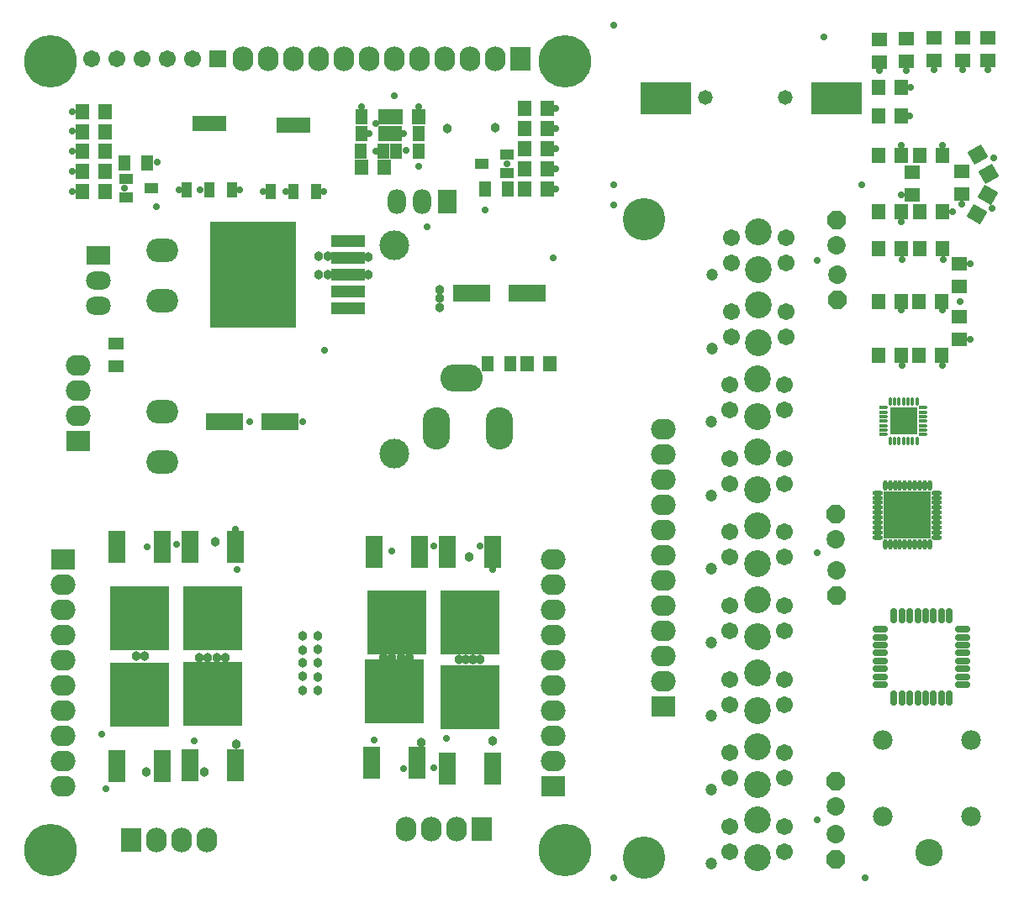
<source format=gts>
G04*
G04 #@! TF.GenerationSoftware,Altium Limited,Altium Designer,18.1.6 (161)*
G04*
G04 Layer_Color=8388736*
%FSTAX24Y24*%
%MOIN*%
G70*
G01*
G75*
%ADD44R,0.2049X0.1261*%
%ADD45O,0.0190X0.0415*%
%ADD46O,0.0415X0.0190*%
%ADD47R,0.1852X0.1852*%
%ADD48O,0.0336X0.0159*%
%ADD49O,0.0159X0.0336*%
%ADD50R,0.1064X0.1064*%
%ADD51O,0.0611X0.0297*%
%ADD52O,0.0297X0.0611*%
%ADD53R,0.0580X0.0630*%
%ADD54R,0.0630X0.0580*%
G04:AMPARAMS|DCode=55|XSize=58mil|YSize=63mil|CornerRadius=0mil|HoleSize=0mil|Usage=FLASHONLY|Rotation=240.000|XOffset=0mil|YOffset=0mil|HoleType=Round|Shape=Rectangle|*
%AMROTATEDRECTD55*
4,1,4,-0.0128,0.0409,0.0418,0.0094,0.0128,-0.0409,-0.0418,-0.0094,-0.0128,0.0409,0.0*
%
%ADD55ROTATEDRECTD55*%

G04:AMPARAMS|DCode=56|XSize=58mil|YSize=63mil|CornerRadius=0mil|HoleSize=0mil|Usage=FLASHONLY|Rotation=120.000|XOffset=0mil|YOffset=0mil|HoleType=Round|Shape=Rectangle|*
%AMROTATEDRECTD56*
4,1,4,0.0418,-0.0094,-0.0128,-0.0409,-0.0418,0.0094,0.0128,0.0409,0.0418,-0.0094,0.0*
%
%ADD56ROTATEDRECTD56*%

%ADD57R,0.0630X0.0474*%
%ADD58R,0.1458X0.0710*%
%ADD59R,0.3411X0.4226*%
%ADD60R,0.1344X0.0493*%
%ADD61R,0.0474X0.0630*%
%ADD62R,0.2363X0.2521*%
%ADD63R,0.0710X0.1261*%
%ADD64R,0.0446X0.0596*%
%ADD65R,0.1356X0.0596*%
%ADD66R,0.0552X0.0415*%
%ADD67C,0.0780*%
%ADD68P,0.0790X8X292.5*%
%ADD69C,0.0730*%
%ADD70C,0.0671*%
%ADD71C,0.0474*%
%ADD72C,0.1064*%
%ADD73O,0.0980X0.0830*%
%ADD74R,0.0980X0.0830*%
%ADD75O,0.1080X0.1680*%
%ADD76O,0.1680X0.1080*%
%ADD77C,0.1180*%
%ADD78R,0.0730X0.0980*%
%ADD79O,0.0730X0.0980*%
%ADD80R,0.0671X0.0671*%
%ADD81O,0.0830X0.0980*%
%ADD82R,0.0830X0.0980*%
%ADD83O,0.1261X0.0946*%
%ADD84R,0.0980X0.0730*%
%ADD85O,0.0980X0.0730*%
%ADD86C,0.0280*%
%ADD87C,0.0580*%
%ADD88C,0.1680*%
%ADD89C,0.1080*%
%ADD90C,0.0380*%
%ADD91C,0.2080*%
D44*
X11065Y06775D02*
D03*
X117422D02*
D03*
D45*
X119343Y05237D02*
D03*
X11954D02*
D03*
X119737D02*
D03*
X119933D02*
D03*
X12013D02*
D03*
X120327D02*
D03*
X120524D02*
D03*
X120721D02*
D03*
X120918D02*
D03*
X121115D02*
D03*
Y050027D02*
D03*
X120918D02*
D03*
X120721D02*
D03*
X120524D02*
D03*
X120327D02*
D03*
X12013D02*
D03*
X119933D02*
D03*
X119737D02*
D03*
X11954D02*
D03*
X119343D02*
D03*
D46*
X1214Y052084D02*
D03*
Y051887D02*
D03*
Y051691D02*
D03*
Y051494D02*
D03*
Y051297D02*
D03*
Y0511D02*
D03*
Y050903D02*
D03*
Y050706D02*
D03*
Y050509D02*
D03*
Y050313D02*
D03*
X119057D02*
D03*
Y050509D02*
D03*
Y050706D02*
D03*
Y050903D02*
D03*
Y0511D02*
D03*
Y051297D02*
D03*
Y051494D02*
D03*
Y051691D02*
D03*
Y051887D02*
D03*
Y052084D02*
D03*
D47*
X120229Y051198D02*
D03*
D48*
X119295Y055459D02*
D03*
Y055282D02*
D03*
Y055104D02*
D03*
Y054927D02*
D03*
Y05475D02*
D03*
Y054573D02*
D03*
Y054396D02*
D03*
X12085D02*
D03*
Y054573D02*
D03*
Y05475D02*
D03*
Y054927D02*
D03*
Y055104D02*
D03*
Y055282D02*
D03*
Y055459D02*
D03*
D49*
X119541Y05415D02*
D03*
X119718D02*
D03*
X119895D02*
D03*
X120072D02*
D03*
X12025D02*
D03*
X120427D02*
D03*
X120604D02*
D03*
Y055705D02*
D03*
X120427D02*
D03*
X12025D02*
D03*
X120072D02*
D03*
X119895D02*
D03*
X119718D02*
D03*
X119541D02*
D03*
D50*
X120072Y054927D02*
D03*
D51*
X119161Y046669D02*
D03*
Y046354D02*
D03*
Y046039D02*
D03*
Y045724D02*
D03*
Y045409D02*
D03*
Y045094D02*
D03*
Y044779D02*
D03*
Y044464D02*
D03*
X122429D02*
D03*
Y044779D02*
D03*
Y045094D02*
D03*
Y045409D02*
D03*
Y045724D02*
D03*
Y046039D02*
D03*
Y046354D02*
D03*
Y046669D02*
D03*
D52*
X119693Y043932D02*
D03*
X120007D02*
D03*
X120322D02*
D03*
X120637D02*
D03*
X120952D02*
D03*
X121267D02*
D03*
X121582D02*
D03*
X121897D02*
D03*
Y0472D02*
D03*
X121582D02*
D03*
X121267D02*
D03*
X120952D02*
D03*
X120637D02*
D03*
X120322D02*
D03*
X120007D02*
D03*
X119693D02*
D03*
D53*
X119088Y068183D02*
D03*
X119988D02*
D03*
X119088Y063233D02*
D03*
X119988D02*
D03*
X120725D02*
D03*
X121625D02*
D03*
X120725Y065476D02*
D03*
X121625D02*
D03*
X119088Y065483D02*
D03*
X119988D02*
D03*
X119088Y067033D02*
D03*
X119988D02*
D03*
X120701Y059683D02*
D03*
X121601D02*
D03*
X119098D02*
D03*
X119998D02*
D03*
X12072Y061783D02*
D03*
X12162D02*
D03*
X119098D02*
D03*
X119998D02*
D03*
X120701Y057533D02*
D03*
X121601D02*
D03*
X119098D02*
D03*
X119998D02*
D03*
X0995Y065D02*
D03*
X0986D02*
D03*
X10085Y067D02*
D03*
X09995D02*
D03*
X087525Y06405D02*
D03*
X088425D02*
D03*
X087525Y065625D02*
D03*
X088425D02*
D03*
X087525Y066413D02*
D03*
X088425D02*
D03*
X087525Y064837D02*
D03*
X088425D02*
D03*
X087525Y0672D02*
D03*
X088425D02*
D03*
X10595Y06735D02*
D03*
X10505D02*
D03*
X10595Y06575D02*
D03*
X10505D02*
D03*
X10595Y06655D02*
D03*
X10505D02*
D03*
X10595Y06415D02*
D03*
X10505D02*
D03*
X10595Y06495D02*
D03*
X10505D02*
D03*
X10515Y0572D02*
D03*
X10605D02*
D03*
D54*
X119125Y070083D02*
D03*
Y069183D02*
D03*
X120175Y070118D02*
D03*
Y069218D02*
D03*
X121275Y070146D02*
D03*
Y069246D02*
D03*
X122424Y070146D02*
D03*
Y069246D02*
D03*
X123425Y070146D02*
D03*
Y069246D02*
D03*
X120425Y0648D02*
D03*
Y0639D02*
D03*
X122375Y06485D02*
D03*
Y06395D02*
D03*
X122275Y060283D02*
D03*
Y061183D02*
D03*
X122274Y059083D02*
D03*
Y058183D02*
D03*
D55*
X122986Y063133D02*
D03*
X123436Y063913D02*
D03*
D56*
X123011Y065513D02*
D03*
X123461Y064733D02*
D03*
D57*
X08885Y058D02*
D03*
Y0571D02*
D03*
D58*
X10515Y06D02*
D03*
X102945D02*
D03*
X09315Y0549D02*
D03*
X095355D02*
D03*
D59*
X094272Y06075D02*
D03*
D60*
X098063Y062089D02*
D03*
Y061419D02*
D03*
Y06075D02*
D03*
Y060081D02*
D03*
Y059411D02*
D03*
D61*
X09945Y06565D02*
D03*
X09855D02*
D03*
X0986Y067D02*
D03*
X0995D02*
D03*
X100863Y06635D02*
D03*
X099963D02*
D03*
X0995D02*
D03*
X0986D02*
D03*
X10085Y06565D02*
D03*
X09995D02*
D03*
X1044Y06415D02*
D03*
X1035D02*
D03*
X0892Y065175D02*
D03*
X0901D02*
D03*
X1045Y0572D02*
D03*
X1036D02*
D03*
D62*
X0898Y0471D02*
D03*
X1029Y043975D02*
D03*
Y046925D02*
D03*
X0999Y0442D02*
D03*
X1Y046925D02*
D03*
X0927Y0441D02*
D03*
Y0471D02*
D03*
X0898Y044077D02*
D03*
D63*
X0889Y049927D02*
D03*
X0907D02*
D03*
X102Y041148D02*
D03*
X1038D02*
D03*
Y049752D02*
D03*
X102D02*
D03*
X099Y041373D02*
D03*
X1008D02*
D03*
X1009Y049752D02*
D03*
X0991D02*
D03*
X0918Y041273D02*
D03*
X0936D02*
D03*
Y049927D02*
D03*
X0918D02*
D03*
X0889Y04125D02*
D03*
X0907D02*
D03*
D64*
X094998Y064033D02*
D03*
X0959D02*
D03*
X096802D02*
D03*
X091648Y0641D02*
D03*
X09255D02*
D03*
X093452D02*
D03*
D65*
X0959Y066667D02*
D03*
X09255Y066734D02*
D03*
D66*
X089258Y064549D02*
D03*
X08926Y063805D02*
D03*
X090242Y064175D02*
D03*
X104342Y064776D02*
D03*
X10434Y06552D02*
D03*
X103358Y06515D02*
D03*
D67*
X12275Y03925D02*
D03*
X11925D02*
D03*
X12275Y042275D02*
D03*
X11925D02*
D03*
D68*
X1174Y051248D02*
D03*
X117413Y048009D02*
D03*
X117445Y059748D02*
D03*
X117433Y062898D02*
D03*
X1174Y03755D02*
D03*
Y04065D02*
D03*
D69*
Y050248D02*
D03*
X117413Y049009D02*
D03*
X117445Y060748D02*
D03*
X117433Y061898D02*
D03*
X1174Y03855D02*
D03*
Y03965D02*
D03*
D70*
X1132Y044689D02*
D03*
Y043689D02*
D03*
X115365Y044689D02*
D03*
Y043689D02*
D03*
X1132Y04177D02*
D03*
Y04077D02*
D03*
X115365Y04177D02*
D03*
Y04077D02*
D03*
X1132Y038852D02*
D03*
Y037852D02*
D03*
X115365Y038852D02*
D03*
Y037852D02*
D03*
X1132Y053444D02*
D03*
Y052444D02*
D03*
X115365Y053444D02*
D03*
Y052444D02*
D03*
X1132Y050526D02*
D03*
Y049526D02*
D03*
X115365Y050526D02*
D03*
Y049526D02*
D03*
X1132Y047607D02*
D03*
Y046607D02*
D03*
X115365Y047607D02*
D03*
Y046607D02*
D03*
X11325Y0622D02*
D03*
Y0612D02*
D03*
X115415Y0622D02*
D03*
Y0612D02*
D03*
X11325Y059281D02*
D03*
Y058281D02*
D03*
X115415Y059281D02*
D03*
Y058281D02*
D03*
X1132Y056363D02*
D03*
Y055363D02*
D03*
X115365Y056363D02*
D03*
Y055363D02*
D03*
X091876Y0693D02*
D03*
X090876D02*
D03*
X089876D02*
D03*
X088876D02*
D03*
X087876D02*
D03*
D71*
X112452Y043224D02*
D03*
Y040306D02*
D03*
Y037387D02*
D03*
Y05198D02*
D03*
Y049061D02*
D03*
Y046143D02*
D03*
X112502Y060735D02*
D03*
Y057817D02*
D03*
X112452Y054898D02*
D03*
D72*
X114283Y043441D02*
D03*
Y044937D02*
D03*
Y040522D02*
D03*
Y042018D02*
D03*
Y037604D02*
D03*
Y0391D02*
D03*
Y052196D02*
D03*
Y053693D02*
D03*
Y049278D02*
D03*
Y050774D02*
D03*
Y046359D02*
D03*
Y047856D02*
D03*
X114333Y060952D02*
D03*
Y062448D02*
D03*
Y058033D02*
D03*
Y05953D02*
D03*
X114283Y055115D02*
D03*
Y056611D02*
D03*
D73*
X11055Y0546D02*
D03*
Y0526D02*
D03*
Y0506D02*
D03*
Y0486D02*
D03*
Y0466D02*
D03*
Y0456D02*
D03*
Y0446D02*
D03*
Y0476D02*
D03*
Y0496D02*
D03*
Y0516D02*
D03*
Y0536D02*
D03*
X1062Y048425D02*
D03*
Y046425D02*
D03*
Y044425D02*
D03*
Y041425D02*
D03*
Y042425D02*
D03*
Y043425D02*
D03*
Y045425D02*
D03*
Y047425D02*
D03*
Y049425D02*
D03*
X08675Y041425D02*
D03*
Y043425D02*
D03*
Y045425D02*
D03*
Y048425D02*
D03*
Y047425D02*
D03*
Y046425D02*
D03*
Y044425D02*
D03*
Y042425D02*
D03*
Y040425D02*
D03*
X08735Y05715D02*
D03*
Y05615D02*
D03*
Y05515D02*
D03*
D74*
X11055Y0436D02*
D03*
X1062Y040425D02*
D03*
X08675Y049425D02*
D03*
X08735Y05415D02*
D03*
D75*
X10155Y05465D02*
D03*
X10405D02*
D03*
D76*
X10255Y05665D02*
D03*
D77*
X0999Y0619D02*
D03*
Y05365D02*
D03*
D78*
X102Y06365D02*
D03*
D79*
X101D02*
D03*
X1D02*
D03*
D80*
X092876Y0693D02*
D03*
D81*
X093875D02*
D03*
X095875D02*
D03*
X097875D02*
D03*
X099875D02*
D03*
X101875D02*
D03*
X102875D02*
D03*
X103875D02*
D03*
X100875D02*
D03*
X098875D02*
D03*
X096875D02*
D03*
X094875D02*
D03*
X10035Y03875D02*
D03*
X10135D02*
D03*
X10235D02*
D03*
X09245Y0383D02*
D03*
X09145D02*
D03*
X09045D02*
D03*
D82*
X104875Y0693D02*
D03*
X10335Y03875D02*
D03*
X08945Y0383D02*
D03*
D83*
X0907Y0597D02*
D03*
Y0617D02*
D03*
Y055297D02*
D03*
Y053297D02*
D03*
D84*
X088163Y0615D02*
D03*
D85*
Y0605D02*
D03*
Y0595D02*
D03*
D86*
X116913Y070183D02*
D03*
X1086Y0643D02*
D03*
X118416D02*
D03*
X1086Y0368D02*
D03*
Y063493D02*
D03*
X118537Y036813D02*
D03*
X1086Y070655D02*
D03*
X119975Y059342D02*
D03*
X120025Y057133D02*
D03*
X121616D02*
D03*
X121625Y059333D02*
D03*
X122725Y058183D02*
D03*
Y061183D02*
D03*
X12164Y061333D02*
D03*
X120007D02*
D03*
X122375Y063533D02*
D03*
X123575Y063383D02*
D03*
X123638Y065383D02*
D03*
X122023Y063238D02*
D03*
X119975Y062825D02*
D03*
X120003Y063905D02*
D03*
X121625Y065886D02*
D03*
X119988D02*
D03*
X120325Y067036D02*
D03*
X12035Y068183D02*
D03*
X123425Y068883D02*
D03*
X122425D02*
D03*
X121275D02*
D03*
X120188Y068833D02*
D03*
X119125D02*
D03*
X122325Y059683D02*
D03*
X11665Y039103D02*
D03*
X116659Y0497D02*
D03*
X11665Y0613D02*
D03*
X09625Y0549D02*
D03*
X097126Y057751D02*
D03*
X1012Y06265D02*
D03*
X09045Y06345D02*
D03*
X09915Y06565D02*
D03*
X1039Y06655D02*
D03*
X099148Y066752D02*
D03*
X0999Y06785D02*
D03*
X10035Y065682D02*
D03*
X0989Y06635D02*
D03*
X10025D02*
D03*
X10085Y06505D02*
D03*
Y0674D02*
D03*
X0986D02*
D03*
X1063Y06735D02*
D03*
X1035Y0633D02*
D03*
X1062Y0614D02*
D03*
X0905Y0652D02*
D03*
X0956Y064033D02*
D03*
X0947D02*
D03*
X0892Y064175D02*
D03*
X10025Y04115D02*
D03*
X09125Y05005D02*
D03*
X08845Y04035D02*
D03*
X0883Y0425D02*
D03*
X10435Y06515D02*
D03*
X1063Y06415D02*
D03*
Y06495D02*
D03*
Y06575D02*
D03*
Y06655D02*
D03*
X087125Y06405D02*
D03*
Y06485D02*
D03*
Y06565D02*
D03*
Y06645D02*
D03*
Y0672D02*
D03*
X097094Y06405D02*
D03*
X09375Y0641D02*
D03*
X09135D02*
D03*
X0922D02*
D03*
X094163Y0549D02*
D03*
X10145Y041175D02*
D03*
Y049975D02*
D03*
X1033D02*
D03*
X0991Y042275D02*
D03*
X1038Y042225D02*
D03*
X10095Y042175D02*
D03*
X10195Y042325D02*
D03*
X1038Y049025D02*
D03*
X0998Y049775D02*
D03*
X0936Y050625D02*
D03*
X09195Y04225D02*
D03*
X09365Y04905D02*
D03*
X0901Y049927D02*
D03*
D87*
X112225Y067789D02*
D03*
X115374Y067789D02*
D03*
D88*
X1098Y0376D02*
D03*
Y06295D02*
D03*
D89*
X1211Y0378D02*
D03*
D90*
X1005Y04555D02*
D03*
X09945D02*
D03*
X09625Y0464D02*
D03*
Y04585D02*
D03*
Y04535D02*
D03*
Y0448D02*
D03*
Y04425D02*
D03*
X09685D02*
D03*
Y044788D02*
D03*
Y045325D02*
D03*
Y045862D02*
D03*
Y0464D02*
D03*
X0932Y04555D02*
D03*
X09215D02*
D03*
X10245Y045475D02*
D03*
X103017D02*
D03*
X1033D02*
D03*
X103875Y066575D02*
D03*
X102Y06655D02*
D03*
X0969Y06075D02*
D03*
X09725D02*
D03*
X09885D02*
D03*
X0969Y061469D02*
D03*
X09885Y061439D02*
D03*
X09725Y061469D02*
D03*
X1017Y06015D02*
D03*
Y0598D02*
D03*
Y05945D02*
D03*
X10015Y04555D02*
D03*
X0998D02*
D03*
X103Y045475D02*
D03*
X102733D02*
D03*
X10285Y049525D02*
D03*
X1038Y042225D02*
D03*
X10095Y042175D02*
D03*
X0928Y05015D02*
D03*
X09235Y041D02*
D03*
X093625Y0421D02*
D03*
X09005Y041D02*
D03*
X08965Y0456D02*
D03*
X09D02*
D03*
X09285Y04555D02*
D03*
X0925D02*
D03*
D91*
X08626Y0692D02*
D03*
X10666D02*
D03*
Y0379D02*
D03*
X08626D02*
D03*
M02*

</source>
